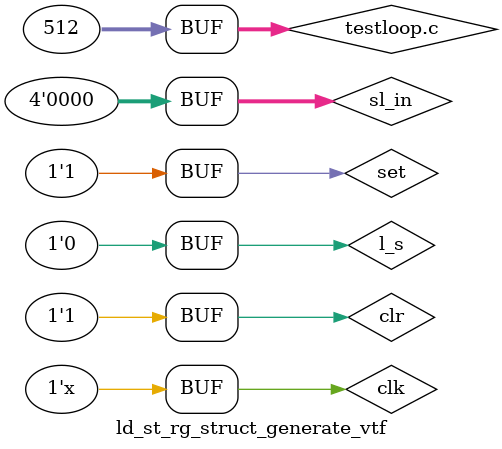
<source format=v>
`timescale 1ns / 1ps


module ld_st_rg_struct_generate_vtf;

	// Inputs
	reg set;
	reg clk;
	reg clr;
	reg [3:0] sl_in;
	reg l_s;

	// Outputs
	wire [3:0] sl_out;
	reg [3:0] sl_out_tc;
	reg error;

	// Instantiate the Unit Under Test (UUT)
	ld_st_rg_struct_generate uut (
		.set(set), 
		.clk(clk), 
		.clr(clr), 
		.sl_in(sl_in), 
		.l_s(l_s), 
		.sl_out(sl_out)
	);

	initial begin
		// Initialize Inputs
		set = 1;
		clk = 0;
		clr = 1;
		sl_in = 0;
		l_s = 0;

		// Wait 100 ns for global reset to finish
		#100;
        
		// Add stimulus here

	end
	
	//Generate CLOCK signal
	always begin
	#10 clk = ~clk;
	end
	
	always
		begin: testloop
		integer c;
		for(c=0; c<512; c=c+1) 
		begin: c_loop
			#20	clr <= ~((c[5]&c[4]&c[3]&c[2]&~c[1]&c[0])|(c[5]&c[4]&c[3]&~c[2]&c[1]&~c[0])|(c[5]&c[4]&c[3]&~c[2]&~c[1]&c[0])|(c[5]&~c[4]&c[3]&c[2]&c[1]&~c[0])|(c[5]&~c[4]&c[3]&c[2]&~c[1]&c[0])|(c[5]&~c[4]&~c[3]&c[2]&c[1]&~c[0])|(c[5]&~c[4]&~c[3]&c[2]&~c[1]&c[0])|(~c[5]&c[4]&c[3]&~c[2]&~c[1]&c[0])|(~c[5]&c[4]&c[3]&~c[2]&~c[1]&~c[0])|(~c[5]&c[4]&~c[3]&c[2]&~c[1]&~c[0])|(~c[5]&~c[4]&c[3]&~c[2]&c[1]&~c[0])|(~c[5]&~c[4]&c[3]&~c[2]&~c[1]&c[0])|(~c[5]&~c[4]&~c[3]&c[2]&~c[1]&c[0]));
					set <= ~((c[5]&c[4]&c[3]&c[2]&~c[1]&c[0])|(c[5]&c[4]&~c[3]&c[2]&c[1]&~c[0])|(c[5]&c[4]&~c[3]&c[2]&~c[1]&c[0])|(c[5]&~c[4]&c[3]&~c[2]&c[1]&~c[0])|(c[5]&~c[4]&c[3]&~c[2]&~c[1]&c[0])|(c[5]&~c[4]&~c[3]&c[2]&c[1]&~c[0])|(c[5]&~c[4]&~c[3]&c[2]&~c[1]&c[0])|(~c[5]&c[4]&c[3]&c[2]&~c[1]&c[0])|(~c[5]&c[4]&c[3]&c[2]&~c[1]&~c[0])|(~c[5]&c[4]&~c[3]&c[2]&~c[1]&~c[0])|(~c[5]&~c[4]&c[3]&c[2]&c[1]&c[0])|(~c[5]&~c[4]&c[3]&c[2]&c[1]&~c[0])|(~c[5]&~c[4]&~c[3]&c[2]&~c[1]&c[0]));
					sl_in[0] <= ~c[5];
					sl_in[1] <= ~c[6];
					sl_in[2] <= ~c[7];
					sl_in[3] <= ~c[8];
					l_s <= ~c[4]; 
		end
		//#250 error=1; //Signal end of run
	end
	
	always @ (posedge(clk)) begin
		
		begin: testloop_tc
			integer i;
			for(i=0; i<4; i=i+1)
			begin: i_loop
				if(clr==1'b0) 
				begin 
					sl_out_tc[i] = 0; 
				end
				else if(set==1'b0)
				begin
					sl_out_tc[i] = 1;
				end
				else if(l_s==1'b1) 
				begin 
					sl_out_tc[i]=sl_in[i]; 
				end
				else 
				begin 
					sl_out_tc[i]=sl_out_tc[i]; 
				end	
			end
		end
		
			#1 if(sl_out == sl_out_tc) error = 0;
				else error = 1;
	end
	
endmodule


</source>
